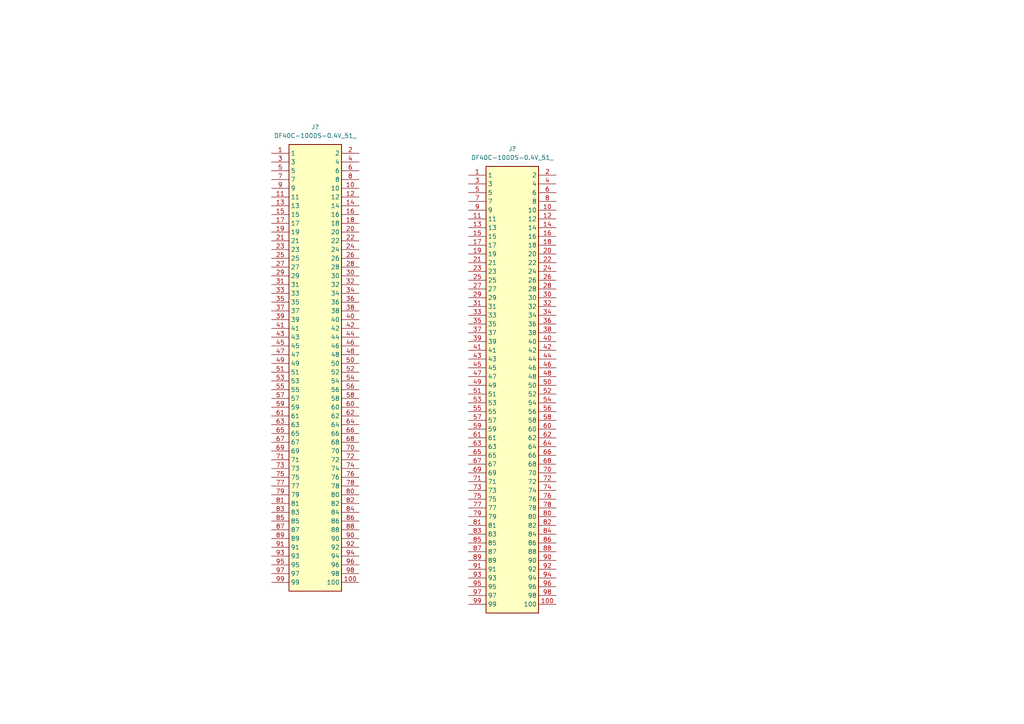
<source format=kicad_sch>
(kicad_sch (version 20231120) (generator "eeschema") (generator_version "8.0")
  (paper "A4")
  (lib_symbols
    (symbol "00_parts_lib:DF40C-100DS-0.4V_51_"
      (property "Reference" "J" (at 21.59 7.62 0))
      (property "Value" "DF40C-100DS-0.4V_51_" (at 21.59 5.08 0))
      (symbol "DF40C-100DS-0.4V_51__1_1"
        (rectangle (start 5.08 2.54) (end 20.32 -127) (stroke (width 0.254)) (fill (type background)))
        (pin passive line (at 0 0 0) (length 5.08) (name "1") (number "1"))
        (pin passive line (at 25.4 -10.16 180) (length 5.08) (name "10") (number "10"))
        (pin passive line (at 25.4 -124.46 180) (length 5.08) (name "100") (number "100"))
        (pin passive line (at 0 -12.7 0) (length 5.08) (name "11") (number "11"))
        (pin passive line (at 25.4 -12.7 180) (length 5.08) (name "12") (number "12"))
        (pin passive line (at 0 -15.24 0) (length 5.08) (name "13") (number "13"))
        (pin passive line (at 25.4 -15.24 180) (length 5.08) (name "14") (number "14"))
        (pin passive line (at 0 -17.78 0) (length 5.08) (name "15") (number "15"))
        (pin passive line (at 25.4 -17.78 180) (length 5.08) (name "16") (number "16"))
        (pin passive line (at 0 -20.32 0) (length 5.08) (name "17") (number "17"))
        (pin passive line (at 25.4 -20.32 180) (length 5.08) (name "18") (number "18"))
        (pin passive line (at 0 -22.86 0) (length 5.08) (name "19") (number "19"))
        (pin passive line (at 25.4 0 180) (length 5.08) (name "2") (number "2"))
        (pin passive line (at 25.4 -22.86 180) (length 5.08) (name "20") (number "20"))
        (pin passive line (at 0 -25.4 0) (length 5.08) (name "21") (number "21"))
        (pin passive line (at 25.4 -25.4 180) (length 5.08) (name "22") (number "22"))
        (pin passive line (at 0 -27.94 0) (length 5.08) (name "23") (number "23"))
        (pin passive line (at 25.4 -27.94 180) (length 5.08) (name "24") (number "24"))
        (pin passive line (at 0 -30.48 0) (length 5.08) (name "25") (number "25"))
        (pin passive line (at 25.4 -30.48 180) (length 5.08) (name "26") (number "26"))
        (pin passive line (at 0 -33.02 0) (length 5.08) (name "27") (number "27"))
        (pin passive line (at 25.4 -33.02 180) (length 5.08) (name "28") (number "28"))
        (pin passive line (at 0 -35.56 0) (length 5.08) (name "29") (number "29"))
        (pin passive line (at 0 -2.54 0) (length 5.08) (name "3") (number "3"))
        (pin passive line (at 25.4 -35.56 180) (length 5.08) (name "30") (number "30"))
        (pin passive line (at 0 -38.1 0) (length 5.08) (name "31") (number "31"))
        (pin passive line (at 25.4 -38.1 180) (length 5.08) (name "32") (number "32"))
        (pin passive line (at 0 -40.64 0) (length 5.08) (name "33") (number "33"))
        (pin passive line (at 25.4 -40.64 180) (length 5.08) (name "34") (number "34"))
        (pin passive line (at 0 -43.18 0) (length 5.08) (name "35") (number "35"))
        (pin passive line (at 25.4 -43.18 180) (length 5.08) (name "36") (number "36"))
        (pin passive line (at 0 -45.72 0) (length 5.08) (name "37") (number "37"))
        (pin passive line (at 25.4 -45.72 180) (length 5.08) (name "38") (number "38"))
        (pin passive line (at 0 -48.26 0) (length 5.08) (name "39") (number "39"))
        (pin passive line (at 25.4 -2.54 180) (length 5.08) (name "4") (number "4"))
        (pin passive line (at 25.4 -48.26 180) (length 5.08) (name "40") (number "40"))
        (pin passive line (at 0 -50.8 0) (length 5.08) (name "41") (number "41"))
        (pin passive line (at 25.4 -50.8 180) (length 5.08) (name "42") (number "42"))
        (pin passive line (at 0 -53.34 0) (length 5.08) (name "43") (number "43"))
        (pin passive line (at 25.4 -53.34 180) (length 5.08) (name "44") (number "44"))
        (pin passive line (at 0 -55.88 0) (length 5.08) (name "45") (number "45"))
        (pin passive line (at 25.4 -55.88 180) (length 5.08) (name "46") (number "46"))
        (pin passive line (at 0 -58.42 0) (length 5.08) (name "47") (number "47"))
        (pin passive line (at 25.4 -58.42 180) (length 5.08) (name "48") (number "48"))
        (pin passive line (at 0 -60.96 0) (length 5.08) (name "49") (number "49"))
        (pin passive line (at 0 -5.08 0) (length 5.08) (name "5") (number "5"))
        (pin passive line (at 25.4 -60.96 180) (length 5.08) (name "50") (number "50"))
        (pin passive line (at 0 -63.5 0) (length 5.08) (name "51") (number "51"))
        (pin passive line (at 25.4 -63.5 180) (length 5.08) (name "52") (number "52"))
        (pin passive line (at 0 -66.04 0) (length 5.08) (name "53") (number "53"))
        (pin passive line (at 25.4 -66.04 180) (length 5.08) (name "54") (number "54"))
        (pin passive line (at 0 -68.58 0) (length 5.08) (name "55") (number "55"))
        (pin passive line (at 25.4 -68.58 180) (length 5.08) (name "56") (number "56"))
        (pin passive line (at 0 -71.12 0) (length 5.08) (name "57") (number "57"))
        (pin passive line (at 25.4 -71.12 180) (length 5.08) (name "58") (number "58"))
        (pin passive line (at 0 -73.66 0) (length 5.08) (name "59") (number "59"))
        (pin passive line (at 25.4 -5.08 180) (length 5.08) (name "6") (number "6"))
        (pin passive line (at 25.4 -73.66 180) (length 5.08) (name "60") (number "60"))
        (pin passive line (at 0 -76.2 0) (length 5.08) (name "61") (number "61"))
        (pin passive line (at 25.4 -76.2 180) (length 5.08) (name "62") (number "62"))
        (pin passive line (at 0 -78.74 0) (length 5.08) (name "63") (number "63"))
        (pin passive line (at 25.4 -78.74 180) (length 5.08) (name "64") (number "64"))
        (pin passive line (at 0 -81.28 0) (length 5.08) (name "65") (number "65"))
        (pin passive line (at 25.4 -81.28 180) (length 5.08) (name "66") (number "66"))
        (pin passive line (at 0 -83.82 0) (length 5.08) (name "67") (number "67"))
        (pin passive line (at 25.4 -83.82 180) (length 5.08) (name "68") (number "68"))
        (pin passive line (at 0 -86.36 0) (length 5.08) (name "69") (number "69"))
        (pin passive line (at 0 -7.62 0) (length 5.08) (name "7") (number "7"))
        (pin passive line (at 25.4 -86.36 180) (length 5.08) (name "70") (number "70"))
        (pin passive line (at 0 -88.9 0) (length 5.08) (name "71") (number "71"))
        (pin passive line (at 25.4 -88.9 180) (length 5.08) (name "72") (number "72"))
        (pin passive line (at 0 -91.44 0) (length 5.08) (name "73") (number "73"))
        (pin passive line (at 25.4 -91.44 180) (length 5.08) (name "74") (number "74"))
        (pin passive line (at 0 -93.98 0) (length 5.08) (name "75") (number "75"))
        (pin passive line (at 25.4 -93.98 180) (length 5.08) (name "76") (number "76"))
        (pin passive line (at 0 -96.52 0) (length 5.08) (name "77") (number "77"))
        (pin passive line (at 25.4 -96.52 180) (length 5.08) (name "78") (number "78"))
        (pin passive line (at 0 -99.06 0) (length 5.08) (name "79") (number "79"))
        (pin passive line (at 25.4 -7.62 180) (length 5.08) (name "8") (number "8"))
        (pin passive line (at 25.4 -99.06 180) (length 5.08) (name "80") (number "80"))
        (pin passive line (at 0 -101.6 0) (length 5.08) (name "81") (number "81"))
        (pin passive line (at 25.4 -101.6 180) (length 5.08) (name "82") (number "82"))
        (pin passive line (at 0 -104.14 0) (length 5.08) (name "83") (number "83"))
        (pin passive line (at 25.4 -104.14 180) (length 5.08) (name "84") (number "84"))
        (pin passive line (at 0 -106.68 0) (length 5.08) (name "85") (number "85"))
        (pin passive line (at 25.4 -106.68 180) (length 5.08) (name "86") (number "86"))
        (pin passive line (at 0 -109.22 0) (length 5.08) (name "87") (number "87"))
        (pin passive line (at 25.4 -109.22 180) (length 5.08) (name "88") (number "88"))
        (pin passive line (at 0 -111.76 0) (length 5.08) (name "89") (number "89"))
        (pin passive line (at 0 -10.16 0) (length 5.08) (name "9") (number "9"))
        (pin passive line (at 25.4 -111.76 180) (length 5.08) (name "90") (number "90"))
        (pin passive line (at 0 -114.3 0) (length 5.08) (name "91") (number "91"))
        (pin passive line (at 25.4 -114.3 180) (length 5.08) (name "92") (number "92"))
        (pin passive line (at 0 -116.84 0) (length 5.08) (name "93") (number "93"))
        (pin passive line (at 25.4 -116.84 180) (length 5.08) (name "94") (number "94"))
        (pin passive line (at 0 -119.38 0) (length 5.08) (name "95") (number "95"))
        (pin passive line (at 25.4 -119.38 180) (length 5.08) (name "96") (number "96"))
        (pin passive line (at 0 -121.92 0) (length 5.08) (name "97") (number "97"))
        (pin passive line (at 25.4 -121.92 180) (length 5.08) (name "98") (number "98"))
        (pin passive line (at 0 -124.46 0) (length 5.08) (name "99") (number "99"))
      )
    )
  )
  (symbol (lib_id "00_parts_lib:DF40C-100DS-0.4V_51_") (at 135.89 50.8 0) (unit 1)
    (property "Reference" "J?" (at 148.59 43.18 0))
    (property "Value" "DF40C-100DS-0.4V_51_" (at 148.59 45.72 0))
    (property "Footprint" "DF40C100DS04V51" (effects (hide yes)))
    (property "Datasheet" "https://datasheet.datasheetarchive.com/originals/distributors/SFDatasheet-7/sf-000141247.pdf" (effects (hide yes)))
    (property "Description" "HIROSE(HRS) - DF40C-100DS-0.4V(51) - CONNECTOR, STACKING, RCPT, 100POS, 2ROW" (effects (hide yes)))
    (property "Mouser Part Number" "798-DF40C100DS0.4V51" (effects (hide yes)))
    (property "Mouser Price/Stock" "https://www.mouser.co.uk/ProductDetail/Hirose-Connector/DF40C-100DS-0.4V51?qs=eDUdFcBPps2MEwbnuPvZzQ%3D%3D" (effects (hide yes)))
    (property "Manufacturer_Name" "Hirose" (effects (hide yes)))
    (property "Manufacturer_Part_Number" "DF40C-100DS-0.4V(51)" (effects (hide yes)))
  )
  (symbol (lib_id "00_parts_lib:DF40C-100DS-0.4V_51_") (at 78.74 44.45 0) (unit 1)
    (property "Reference" "J?" (at 91.44 36.83 0))
    (property "Value" "DF40C-100DS-0.4V_51_" (at 91.44 39.37 0))
    (property "Footprint" "DF40C100DS04V51" (effects (hide yes)))
    (property "Datasheet" "https://datasheet.datasheetarchive.com/originals/distributors/SFDatasheet-7/sf-000141247.pdf" (effects (hide yes)))
    (property "Description" "HIROSE(HRS) - DF40C-100DS-0.4V(51) - CONNECTOR, STACKING, RCPT, 100POS, 2ROW" (effects (hide yes)))
    (property "Mouser Part Number" "798-DF40C100DS0.4V51" (effects (hide yes)))
    (property "Mouser Price/Stock" "https://www.mouser.co.uk/ProductDetail/Hirose-Connector/DF40C-100DS-0.4V51?qs=eDUdFcBPps2MEwbnuPvZzQ%3D%3D" (effects (hide yes)))
    (property "Manufacturer_Name" "Hirose" (effects (hide yes)))
    (property "Manufacturer_Part_Number" "DF40C-100DS-0.4V(51)" (effects (hide yes)))
  )
)
</source>
